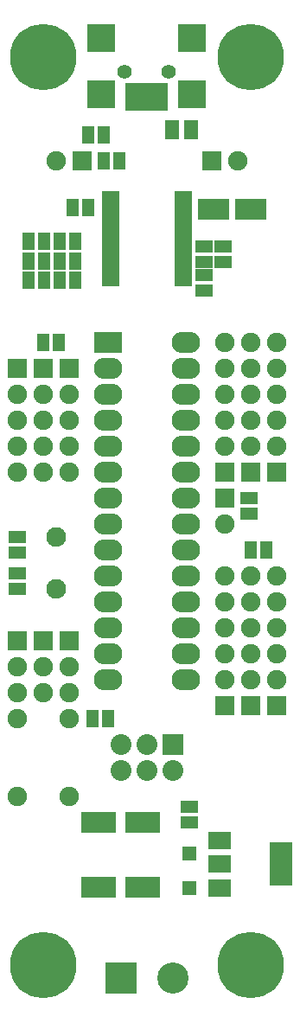
<source format=gts>
G04 (created by PCBNEW (2012-12-10 BZR 3844)-stable) date Thu 10 Jan 2013 10:25:41 AM CET*
%MOIN*%
G04 Gerber Fmt 3.4, Leading zero omitted, Abs format*
%FSLAX34Y34*%
G01*
G70*
G90*
G04 APERTURE LIST*
%ADD10C,0.006*%
%ADD11C,0.076*%
%ADD12R,0.0909X0.0712*%
%ADD13R,0.0909X0.1696*%
%ADD14R,0.075X0.075*%
%ADD15C,0.075*%
%ADD16R,0.07X0.036*%
%ADD17R,0.055X0.075*%
%ADD18R,0.045X0.065*%
%ADD19R,0.065X0.045*%
%ADD20O,0.11X0.082*%
%ADD21R,0.11X0.082*%
%ADD22R,0.12X0.12*%
%ADD23C,0.12*%
%ADD24R,0.0535X0.0535*%
%ADD25C,0.2562*%
%ADD26R,0.1065X0.1065*%
%ADD27R,0.0396X0.1065*%
%ADD28C,0.0554*%
%ADD29R,0.08X0.08*%
%ADD30C,0.08*%
%ADD31R,0.1381X0.083*%
%ADD32R,0.1224X0.083*%
G04 APERTURE END LIST*
G54D10*
G54D11*
X2500Y-20500D03*
X2500Y-22500D03*
G54D12*
X8819Y-32194D03*
X8819Y-33100D03*
X8819Y-34006D03*
G54D13*
X11181Y-33100D03*
G54D14*
X3500Y-6000D03*
G54D15*
X2500Y-6000D03*
X1000Y-27500D03*
X3000Y-27500D03*
X1000Y-30500D03*
X3000Y-30500D03*
G54D16*
X7400Y-10650D03*
X7400Y-10400D03*
X7400Y-10140D03*
X7400Y-9880D03*
X7400Y-9630D03*
X7400Y-9370D03*
X7400Y-9110D03*
X7400Y-8860D03*
X7400Y-8600D03*
X7400Y-8350D03*
X7400Y-8090D03*
X7400Y-7830D03*
X7400Y-7580D03*
X7400Y-7320D03*
X4600Y-7320D03*
X4600Y-7580D03*
X4600Y-7820D03*
X4600Y-8090D03*
X4600Y-8350D03*
X4600Y-8600D03*
X4600Y-8860D03*
X4600Y-9110D03*
X4600Y-9370D03*
X4600Y-9630D03*
X4600Y-9880D03*
X4600Y-10140D03*
X4600Y-10400D03*
X4600Y-10650D03*
G54D17*
X6975Y-4800D03*
X7725Y-4800D03*
G54D18*
X2650Y-9850D03*
X3250Y-9850D03*
X2000Y-13000D03*
X2600Y-13000D03*
X3900Y-27500D03*
X4500Y-27500D03*
X4950Y-6000D03*
X4350Y-6000D03*
X4350Y-5000D03*
X3750Y-5000D03*
X2650Y-9100D03*
X3250Y-9100D03*
X1450Y-9100D03*
X2050Y-9100D03*
X10000Y-21000D03*
X10600Y-21000D03*
G54D19*
X9950Y-19000D03*
X9950Y-19600D03*
X1000Y-21100D03*
X1000Y-20500D03*
X1000Y-21900D03*
X1000Y-22500D03*
X8200Y-9900D03*
X8200Y-9300D03*
X8950Y-9900D03*
X8950Y-9300D03*
G54D18*
X3750Y-7800D03*
X3150Y-7800D03*
X1450Y-9850D03*
X2050Y-9850D03*
G54D14*
X9000Y-27000D03*
G54D15*
X9000Y-26000D03*
X9000Y-25000D03*
X9000Y-24000D03*
X9000Y-23000D03*
X9000Y-22000D03*
G54D14*
X9000Y-18000D03*
G54D15*
X9000Y-17000D03*
X9000Y-16000D03*
X9000Y-15000D03*
X9000Y-14000D03*
X9000Y-13000D03*
G54D14*
X10000Y-27000D03*
G54D15*
X10000Y-26000D03*
X10000Y-25000D03*
X10000Y-24000D03*
X10000Y-23000D03*
X10000Y-22000D03*
G54D14*
X11000Y-27000D03*
G54D15*
X11000Y-26000D03*
X11000Y-25000D03*
X11000Y-24000D03*
X11000Y-23000D03*
X11000Y-22000D03*
G54D14*
X10000Y-18000D03*
G54D15*
X10000Y-17000D03*
X10000Y-16000D03*
X10000Y-15000D03*
X10000Y-14000D03*
X10000Y-13000D03*
G54D14*
X11000Y-18000D03*
G54D15*
X11000Y-17000D03*
X11000Y-16000D03*
X11000Y-15000D03*
X11000Y-14000D03*
X11000Y-13000D03*
G54D14*
X3000Y-14000D03*
G54D15*
X3000Y-15000D03*
X3000Y-16000D03*
X3000Y-17000D03*
X3000Y-18000D03*
G54D14*
X2000Y-14000D03*
G54D15*
X2000Y-15000D03*
X2000Y-16000D03*
X2000Y-17000D03*
X2000Y-18000D03*
G54D14*
X1000Y-14000D03*
G54D15*
X1000Y-15000D03*
X1000Y-16000D03*
X1000Y-17000D03*
X1000Y-18000D03*
G54D14*
X1000Y-24500D03*
G54D15*
X1000Y-25500D03*
X1000Y-26500D03*
G54D14*
X2000Y-24500D03*
G54D15*
X2000Y-25500D03*
X2000Y-26500D03*
G54D14*
X3000Y-24500D03*
G54D15*
X3000Y-25500D03*
X3000Y-26500D03*
G54D14*
X8500Y-6000D03*
G54D15*
X9500Y-6000D03*
G54D14*
X9000Y-19000D03*
G54D15*
X9000Y-20000D03*
G54D20*
X4500Y-14000D03*
X4500Y-15000D03*
X4500Y-16000D03*
X4500Y-17000D03*
X4500Y-18000D03*
X4500Y-19000D03*
X4500Y-20000D03*
X4500Y-21000D03*
X4500Y-22000D03*
X4500Y-23000D03*
X4500Y-24000D03*
X4500Y-25000D03*
X4500Y-26000D03*
G54D21*
X4500Y-13000D03*
G54D20*
X7500Y-26000D03*
X7500Y-25000D03*
X7500Y-24000D03*
X7500Y-23000D03*
X7500Y-22000D03*
X7500Y-21000D03*
X7500Y-20000D03*
X7500Y-19000D03*
X7500Y-18000D03*
X7500Y-17000D03*
X7500Y-16000D03*
X7500Y-15000D03*
X7500Y-14000D03*
X7500Y-13000D03*
G54D19*
X7650Y-31500D03*
X7650Y-30900D03*
G54D18*
X1450Y-10600D03*
X2050Y-10600D03*
X2650Y-10600D03*
X3250Y-10600D03*
G54D22*
X5000Y-37500D03*
G54D23*
X7000Y-37500D03*
G54D24*
X7650Y-34009D03*
X7650Y-32691D03*
G54D25*
X2000Y-2000D03*
X10000Y-2000D03*
X2000Y-37000D03*
X10000Y-37000D03*
G54D26*
X4256Y-3425D03*
G54D27*
X6629Y-3535D03*
X6314Y-3535D03*
X6000Y-3535D03*
X5686Y-3535D03*
X5371Y-3535D03*
G54D28*
X6865Y-2540D03*
X5134Y-2540D03*
G54D26*
X7744Y-3425D03*
X7744Y-1260D03*
X4256Y-1260D03*
G54D29*
X7000Y-28500D03*
G54D30*
X7000Y-29500D03*
X6000Y-28500D03*
X6000Y-29500D03*
X5000Y-28500D03*
X5000Y-29500D03*
G54D31*
X5866Y-34000D03*
X4134Y-34000D03*
X5866Y-31500D03*
X4134Y-31500D03*
G54D32*
X10009Y-7850D03*
X8591Y-7850D03*
G54D19*
X8200Y-10400D03*
X8200Y-11000D03*
M02*

</source>
